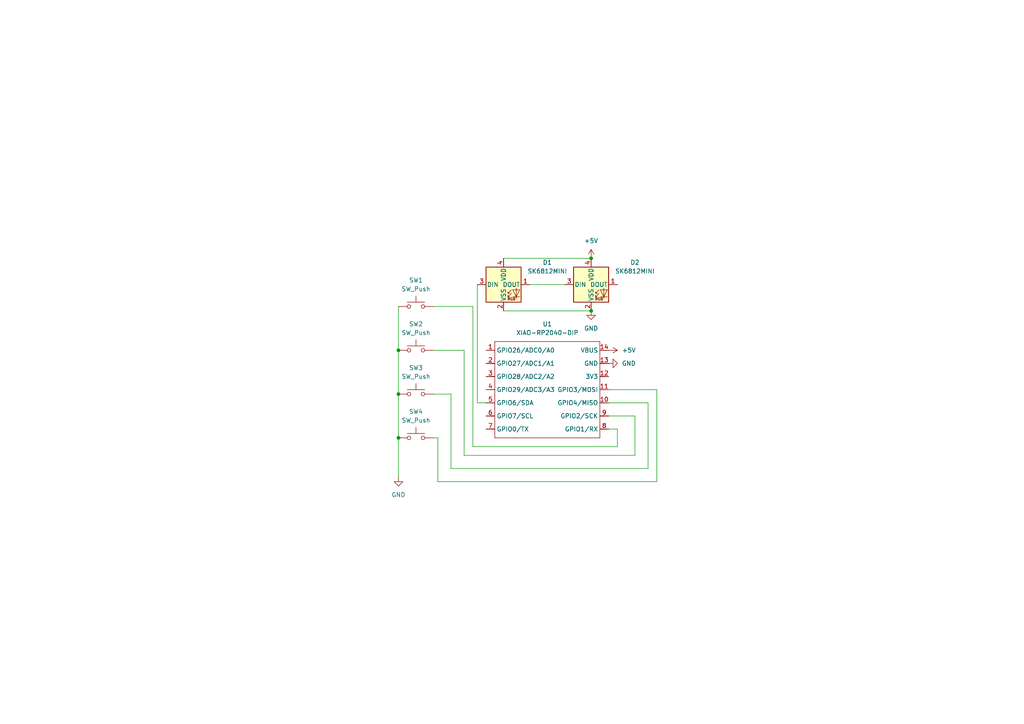
<source format=kicad_sch>
(kicad_sch
	(version 20250114)
	(generator "eeschema")
	(generator_version "9.0")
	(uuid "4e6a7fc3-e7d0-4b6f-8d31-bdc82617d454")
	(paper "A4")
	(lib_symbols
		(symbol "LED:SK6812MINI"
			(pin_names
				(offset 0.254)
			)
			(exclude_from_sim no)
			(in_bom yes)
			(on_board yes)
			(property "Reference" "D"
				(at 5.08 5.715 0)
				(effects
					(font
						(size 1.27 1.27)
					)
					(justify right bottom)
				)
			)
			(property "Value" "SK6812MINI"
				(at 1.27 -5.715 0)
				(effects
					(font
						(size 1.27 1.27)
					)
					(justify left top)
				)
			)
			(property "Footprint" "LED_SMD:LED_SK6812MINI_PLCC4_3.5x3.5mm_P1.75mm"
				(at 1.27 -7.62 0)
				(effects
					(font
						(size 1.27 1.27)
					)
					(justify left top)
					(hide yes)
				)
			)
			(property "Datasheet" "https://cdn-shop.adafruit.com/product-files/2686/SK6812MINI_REV.01-1-2.pdf"
				(at 2.54 -9.525 0)
				(effects
					(font
						(size 1.27 1.27)
					)
					(justify left top)
					(hide yes)
				)
			)
			(property "Description" "RGB LED with integrated controller"
				(at 0 0 0)
				(effects
					(font
						(size 1.27 1.27)
					)
					(hide yes)
				)
			)
			(property "ki_keywords" "RGB LED NeoPixel Mini addressable"
				(at 0 0 0)
				(effects
					(font
						(size 1.27 1.27)
					)
					(hide yes)
				)
			)
			(property "ki_fp_filters" "LED*SK6812MINI*PLCC*3.5x3.5mm*P1.75mm*"
				(at 0 0 0)
				(effects
					(font
						(size 1.27 1.27)
					)
					(hide yes)
				)
			)
			(symbol "SK6812MINI_0_0"
				(text "RGB"
					(at 2.286 -4.191 0)
					(effects
						(font
							(size 0.762 0.762)
						)
					)
				)
			)
			(symbol "SK6812MINI_0_1"
				(polyline
					(pts
						(xy 1.27 -2.54) (xy 1.778 -2.54)
					)
					(stroke
						(width 0)
						(type default)
					)
					(fill
						(type none)
					)
				)
				(polyline
					(pts
						(xy 1.27 -3.556) (xy 1.778 -3.556)
					)
					(stroke
						(width 0)
						(type default)
					)
					(fill
						(type none)
					)
				)
				(polyline
					(pts
						(xy 2.286 -1.524) (xy 1.27 -2.54) (xy 1.27 -2.032)
					)
					(stroke
						(width 0)
						(type default)
					)
					(fill
						(type none)
					)
				)
				(polyline
					(pts
						(xy 2.286 -2.54) (xy 1.27 -3.556) (xy 1.27 -3.048)
					)
					(stroke
						(width 0)
						(type default)
					)
					(fill
						(type none)
					)
				)
				(polyline
					(pts
						(xy 3.683 -1.016) (xy 3.683 -3.556) (xy 3.683 -4.064)
					)
					(stroke
						(width 0)
						(type default)
					)
					(fill
						(type none)
					)
				)
				(polyline
					(pts
						(xy 4.699 -1.524) (xy 2.667 -1.524) (xy 3.683 -3.556) (xy 4.699 -1.524)
					)
					(stroke
						(width 0)
						(type default)
					)
					(fill
						(type none)
					)
				)
				(polyline
					(pts
						(xy 4.699 -3.556) (xy 2.667 -3.556)
					)
					(stroke
						(width 0)
						(type default)
					)
					(fill
						(type none)
					)
				)
				(rectangle
					(start 5.08 5.08)
					(end -5.08 -5.08)
					(stroke
						(width 0.254)
						(type default)
					)
					(fill
						(type background)
					)
				)
			)
			(symbol "SK6812MINI_1_1"
				(pin input line
					(at -7.62 0 0)
					(length 2.54)
					(name "DIN"
						(effects
							(font
								(size 1.27 1.27)
							)
						)
					)
					(number "3"
						(effects
							(font
								(size 1.27 1.27)
							)
						)
					)
				)
				(pin power_in line
					(at 0 7.62 270)
					(length 2.54)
					(name "VDD"
						(effects
							(font
								(size 1.27 1.27)
							)
						)
					)
					(number "4"
						(effects
							(font
								(size 1.27 1.27)
							)
						)
					)
				)
				(pin power_in line
					(at 0 -7.62 90)
					(length 2.54)
					(name "VSS"
						(effects
							(font
								(size 1.27 1.27)
							)
						)
					)
					(number "2"
						(effects
							(font
								(size 1.27 1.27)
							)
						)
					)
				)
				(pin output line
					(at 7.62 0 180)
					(length 2.54)
					(name "DOUT"
						(effects
							(font
								(size 1.27 1.27)
							)
						)
					)
					(number "1"
						(effects
							(font
								(size 1.27 1.27)
							)
						)
					)
				)
			)
			(embedded_fonts no)
		)
		(symbol "Seeed_Studio_XIAO_Series:XIAO-RP2040-DIP"
			(exclude_from_sim no)
			(in_bom yes)
			(on_board yes)
			(property "Reference" "U"
				(at 0 0 0)
				(effects
					(font
						(size 1.27 1.27)
					)
				)
			)
			(property "Value" "XIAO-RP2040-DIP"
				(at 5.334 -1.778 0)
				(effects
					(font
						(size 1.27 1.27)
					)
				)
			)
			(property "Footprint" "Module:MOUDLE14P-XIAO-DIP-SMD"
				(at 14.478 -32.258 0)
				(effects
					(font
						(size 1.27 1.27)
					)
					(hide yes)
				)
			)
			(property "Datasheet" ""
				(at 0 0 0)
				(effects
					(font
						(size 1.27 1.27)
					)
					(hide yes)
				)
			)
			(property "Description" ""
				(at 0 0 0)
				(effects
					(font
						(size 1.27 1.27)
					)
					(hide yes)
				)
			)
			(symbol "XIAO-RP2040-DIP_1_0"
				(polyline
					(pts
						(xy -1.27 -2.54) (xy 29.21 -2.54)
					)
					(stroke
						(width 0.1524)
						(type solid)
					)
					(fill
						(type none)
					)
				)
				(polyline
					(pts
						(xy -1.27 -5.08) (xy -2.54 -5.08)
					)
					(stroke
						(width 0.1524)
						(type solid)
					)
					(fill
						(type none)
					)
				)
				(polyline
					(pts
						(xy -1.27 -5.08) (xy -1.27 -2.54)
					)
					(stroke
						(width 0.1524)
						(type solid)
					)
					(fill
						(type none)
					)
				)
				(polyline
					(pts
						(xy -1.27 -8.89) (xy -2.54 -8.89)
					)
					(stroke
						(width 0.1524)
						(type solid)
					)
					(fill
						(type none)
					)
				)
				(polyline
					(pts
						(xy -1.27 -8.89) (xy -1.27 -5.08)
					)
					(stroke
						(width 0.1524)
						(type solid)
					)
					(fill
						(type none)
					)
				)
				(polyline
					(pts
						(xy -1.27 -12.7) (xy -2.54 -12.7)
					)
					(stroke
						(width 0.1524)
						(type solid)
					)
					(fill
						(type none)
					)
				)
				(polyline
					(pts
						(xy -1.27 -12.7) (xy -1.27 -8.89)
					)
					(stroke
						(width 0.1524)
						(type solid)
					)
					(fill
						(type none)
					)
				)
				(polyline
					(pts
						(xy -1.27 -16.51) (xy -2.54 -16.51)
					)
					(stroke
						(width 0.1524)
						(type solid)
					)
					(fill
						(type none)
					)
				)
				(polyline
					(pts
						(xy -1.27 -16.51) (xy -1.27 -12.7)
					)
					(stroke
						(width 0.1524)
						(type solid)
					)
					(fill
						(type none)
					)
				)
				(polyline
					(pts
						(xy -1.27 -20.32) (xy -2.54 -20.32)
					)
					(stroke
						(width 0.1524)
						(type solid)
					)
					(fill
						(type none)
					)
				)
				(polyline
					(pts
						(xy -1.27 -24.13) (xy -2.54 -24.13)
					)
					(stroke
						(width 0.1524)
						(type solid)
					)
					(fill
						(type none)
					)
				)
				(polyline
					(pts
						(xy -1.27 -27.94) (xy -2.54 -27.94)
					)
					(stroke
						(width 0.1524)
						(type solid)
					)
					(fill
						(type none)
					)
				)
				(polyline
					(pts
						(xy -1.27 -30.48) (xy -1.27 -16.51)
					)
					(stroke
						(width 0.1524)
						(type solid)
					)
					(fill
						(type none)
					)
				)
				(polyline
					(pts
						(xy 29.21 -2.54) (xy 29.21 -5.08)
					)
					(stroke
						(width 0.1524)
						(type solid)
					)
					(fill
						(type none)
					)
				)
				(polyline
					(pts
						(xy 29.21 -5.08) (xy 29.21 -8.89)
					)
					(stroke
						(width 0.1524)
						(type solid)
					)
					(fill
						(type none)
					)
				)
				(polyline
					(pts
						(xy 29.21 -8.89) (xy 29.21 -12.7)
					)
					(stroke
						(width 0.1524)
						(type solid)
					)
					(fill
						(type none)
					)
				)
				(polyline
					(pts
						(xy 29.21 -12.7) (xy 29.21 -30.48)
					)
					(stroke
						(width 0.1524)
						(type solid)
					)
					(fill
						(type none)
					)
				)
				(polyline
					(pts
						(xy 29.21 -30.48) (xy -1.27 -30.48)
					)
					(stroke
						(width 0.1524)
						(type solid)
					)
					(fill
						(type none)
					)
				)
				(polyline
					(pts
						(xy 30.48 -5.08) (xy 29.21 -5.08)
					)
					(stroke
						(width 0.1524)
						(type solid)
					)
					(fill
						(type none)
					)
				)
				(polyline
					(pts
						(xy 30.48 -8.89) (xy 29.21 -8.89)
					)
					(stroke
						(width 0.1524)
						(type solid)
					)
					(fill
						(type none)
					)
				)
				(polyline
					(pts
						(xy 30.48 -12.7) (xy 29.21 -12.7)
					)
					(stroke
						(width 0.1524)
						(type solid)
					)
					(fill
						(type none)
					)
				)
				(polyline
					(pts
						(xy 30.48 -16.51) (xy 29.21 -16.51)
					)
					(stroke
						(width 0.1524)
						(type solid)
					)
					(fill
						(type none)
					)
				)
				(polyline
					(pts
						(xy 30.48 -20.32) (xy 29.21 -20.32)
					)
					(stroke
						(width 0.1524)
						(type solid)
					)
					(fill
						(type none)
					)
				)
				(polyline
					(pts
						(xy 30.48 -24.13) (xy 29.21 -24.13)
					)
					(stroke
						(width 0.1524)
						(type solid)
					)
					(fill
						(type none)
					)
				)
				(polyline
					(pts
						(xy 30.48 -27.94) (xy 29.21 -27.94)
					)
					(stroke
						(width 0.1524)
						(type solid)
					)
					(fill
						(type none)
					)
				)
				(pin passive line
					(at -3.81 -5.08 0)
					(length 2.54)
					(name "GPIO26/ADC0/A0"
						(effects
							(font
								(size 1.27 1.27)
							)
						)
					)
					(number "1"
						(effects
							(font
								(size 1.27 1.27)
							)
						)
					)
				)
				(pin passive line
					(at -3.81 -8.89 0)
					(length 2.54)
					(name "GPIO27/ADC1/A1"
						(effects
							(font
								(size 1.27 1.27)
							)
						)
					)
					(number "2"
						(effects
							(font
								(size 1.27 1.27)
							)
						)
					)
				)
				(pin passive line
					(at -3.81 -12.7 0)
					(length 2.54)
					(name "GPIO28/ADC2/A2"
						(effects
							(font
								(size 1.27 1.27)
							)
						)
					)
					(number "3"
						(effects
							(font
								(size 1.27 1.27)
							)
						)
					)
				)
				(pin passive line
					(at -3.81 -16.51 0)
					(length 2.54)
					(name "GPIO29/ADC3/A3"
						(effects
							(font
								(size 1.27 1.27)
							)
						)
					)
					(number "4"
						(effects
							(font
								(size 1.27 1.27)
							)
						)
					)
				)
				(pin passive line
					(at -3.81 -20.32 0)
					(length 2.54)
					(name "GPIO6/SDA"
						(effects
							(font
								(size 1.27 1.27)
							)
						)
					)
					(number "5"
						(effects
							(font
								(size 1.27 1.27)
							)
						)
					)
				)
				(pin passive line
					(at -3.81 -24.13 0)
					(length 2.54)
					(name "GPIO7/SCL"
						(effects
							(font
								(size 1.27 1.27)
							)
						)
					)
					(number "6"
						(effects
							(font
								(size 1.27 1.27)
							)
						)
					)
				)
				(pin passive line
					(at -3.81 -27.94 0)
					(length 2.54)
					(name "GPIO0/TX"
						(effects
							(font
								(size 1.27 1.27)
							)
						)
					)
					(number "7"
						(effects
							(font
								(size 1.27 1.27)
							)
						)
					)
				)
				(pin passive line
					(at 31.75 -5.08 180)
					(length 2.54)
					(name "VBUS"
						(effects
							(font
								(size 1.27 1.27)
							)
						)
					)
					(number "14"
						(effects
							(font
								(size 1.27 1.27)
							)
						)
					)
				)
				(pin passive line
					(at 31.75 -8.89 180)
					(length 2.54)
					(name "GND"
						(effects
							(font
								(size 1.27 1.27)
							)
						)
					)
					(number "13"
						(effects
							(font
								(size 1.27 1.27)
							)
						)
					)
				)
				(pin passive line
					(at 31.75 -12.7 180)
					(length 2.54)
					(name "3V3"
						(effects
							(font
								(size 1.27 1.27)
							)
						)
					)
					(number "12"
						(effects
							(font
								(size 1.27 1.27)
							)
						)
					)
				)
				(pin passive line
					(at 31.75 -16.51 180)
					(length 2.54)
					(name "GPIO3/MOSI"
						(effects
							(font
								(size 1.27 1.27)
							)
						)
					)
					(number "11"
						(effects
							(font
								(size 1.27 1.27)
							)
						)
					)
				)
				(pin passive line
					(at 31.75 -20.32 180)
					(length 2.54)
					(name "GPIO4/MISO"
						(effects
							(font
								(size 1.27 1.27)
							)
						)
					)
					(number "10"
						(effects
							(font
								(size 1.27 1.27)
							)
						)
					)
				)
				(pin passive line
					(at 31.75 -24.13 180)
					(length 2.54)
					(name "GPIO2/SCK"
						(effects
							(font
								(size 1.27 1.27)
							)
						)
					)
					(number "9"
						(effects
							(font
								(size 1.27 1.27)
							)
						)
					)
				)
				(pin passive line
					(at 31.75 -27.94 180)
					(length 2.54)
					(name "GPIO1/RX"
						(effects
							(font
								(size 1.27 1.27)
							)
						)
					)
					(number "8"
						(effects
							(font
								(size 1.27 1.27)
							)
						)
					)
				)
			)
			(embedded_fonts no)
		)
		(symbol "Switch:SW_Push"
			(pin_numbers
				(hide yes)
			)
			(pin_names
				(offset 1.016)
				(hide yes)
			)
			(exclude_from_sim no)
			(in_bom yes)
			(on_board yes)
			(property "Reference" "SW"
				(at 1.27 2.54 0)
				(effects
					(font
						(size 1.27 1.27)
					)
					(justify left)
				)
			)
			(property "Value" "SW_Push"
				(at 0 -1.524 0)
				(effects
					(font
						(size 1.27 1.27)
					)
				)
			)
			(property "Footprint" ""
				(at 0 5.08 0)
				(effects
					(font
						(size 1.27 1.27)
					)
					(hide yes)
				)
			)
			(property "Datasheet" "~"
				(at 0 5.08 0)
				(effects
					(font
						(size 1.27 1.27)
					)
					(hide yes)
				)
			)
			(property "Description" "Push button switch, generic, two pins"
				(at 0 0 0)
				(effects
					(font
						(size 1.27 1.27)
					)
					(hide yes)
				)
			)
			(property "ki_keywords" "switch normally-open pushbutton push-button"
				(at 0 0 0)
				(effects
					(font
						(size 1.27 1.27)
					)
					(hide yes)
				)
			)
			(symbol "SW_Push_0_1"
				(circle
					(center -2.032 0)
					(radius 0.508)
					(stroke
						(width 0)
						(type default)
					)
					(fill
						(type none)
					)
				)
				(polyline
					(pts
						(xy 0 1.27) (xy 0 3.048)
					)
					(stroke
						(width 0)
						(type default)
					)
					(fill
						(type none)
					)
				)
				(circle
					(center 2.032 0)
					(radius 0.508)
					(stroke
						(width 0)
						(type default)
					)
					(fill
						(type none)
					)
				)
				(polyline
					(pts
						(xy 2.54 1.27) (xy -2.54 1.27)
					)
					(stroke
						(width 0)
						(type default)
					)
					(fill
						(type none)
					)
				)
				(pin passive line
					(at -5.08 0 0)
					(length 2.54)
					(name "1"
						(effects
							(font
								(size 1.27 1.27)
							)
						)
					)
					(number "1"
						(effects
							(font
								(size 1.27 1.27)
							)
						)
					)
				)
				(pin passive line
					(at 5.08 0 180)
					(length 2.54)
					(name "2"
						(effects
							(font
								(size 1.27 1.27)
							)
						)
					)
					(number "2"
						(effects
							(font
								(size 1.27 1.27)
							)
						)
					)
				)
			)
			(embedded_fonts no)
		)
		(symbol "power:+5V"
			(power)
			(pin_numbers
				(hide yes)
			)
			(pin_names
				(offset 0)
				(hide yes)
			)
			(exclude_from_sim no)
			(in_bom yes)
			(on_board yes)
			(property "Reference" "#PWR"
				(at 0 -3.81 0)
				(effects
					(font
						(size 1.27 1.27)
					)
					(hide yes)
				)
			)
			(property "Value" "+5V"
				(at 0 3.556 0)
				(effects
					(font
						(size 1.27 1.27)
					)
				)
			)
			(property "Footprint" ""
				(at 0 0 0)
				(effects
					(font
						(size 1.27 1.27)
					)
					(hide yes)
				)
			)
			(property "Datasheet" ""
				(at 0 0 0)
				(effects
					(font
						(size 1.27 1.27)
					)
					(hide yes)
				)
			)
			(property "Description" "Power symbol creates a global label with name \"+5V\""
				(at 0 0 0)
				(effects
					(font
						(size 1.27 1.27)
					)
					(hide yes)
				)
			)
			(property "ki_keywords" "global power"
				(at 0 0 0)
				(effects
					(font
						(size 1.27 1.27)
					)
					(hide yes)
				)
			)
			(symbol "+5V_0_1"
				(polyline
					(pts
						(xy -0.762 1.27) (xy 0 2.54)
					)
					(stroke
						(width 0)
						(type default)
					)
					(fill
						(type none)
					)
				)
				(polyline
					(pts
						(xy 0 2.54) (xy 0.762 1.27)
					)
					(stroke
						(width 0)
						(type default)
					)
					(fill
						(type none)
					)
				)
				(polyline
					(pts
						(xy 0 0) (xy 0 2.54)
					)
					(stroke
						(width 0)
						(type default)
					)
					(fill
						(type none)
					)
				)
			)
			(symbol "+5V_1_1"
				(pin power_in line
					(at 0 0 90)
					(length 0)
					(name "~"
						(effects
							(font
								(size 1.27 1.27)
							)
						)
					)
					(number "1"
						(effects
							(font
								(size 1.27 1.27)
							)
						)
					)
				)
			)
			(embedded_fonts no)
		)
		(symbol "power:GND"
			(power)
			(pin_numbers
				(hide yes)
			)
			(pin_names
				(offset 0)
				(hide yes)
			)
			(exclude_from_sim no)
			(in_bom yes)
			(on_board yes)
			(property "Reference" "#PWR"
				(at 0 -6.35 0)
				(effects
					(font
						(size 1.27 1.27)
					)
					(hide yes)
				)
			)
			(property "Value" "GND"
				(at 0 -3.81 0)
				(effects
					(font
						(size 1.27 1.27)
					)
				)
			)
			(property "Footprint" ""
				(at 0 0 0)
				(effects
					(font
						(size 1.27 1.27)
					)
					(hide yes)
				)
			)
			(property "Datasheet" ""
				(at 0 0 0)
				(effects
					(font
						(size 1.27 1.27)
					)
					(hide yes)
				)
			)
			(property "Description" "Power symbol creates a global label with name \"GND\" , ground"
				(at 0 0 0)
				(effects
					(font
						(size 1.27 1.27)
					)
					(hide yes)
				)
			)
			(property "ki_keywords" "global power"
				(at 0 0 0)
				(effects
					(font
						(size 1.27 1.27)
					)
					(hide yes)
				)
			)
			(symbol "GND_0_1"
				(polyline
					(pts
						(xy 0 0) (xy 0 -1.27) (xy 1.27 -1.27) (xy 0 -2.54) (xy -1.27 -1.27) (xy 0 -1.27)
					)
					(stroke
						(width 0)
						(type default)
					)
					(fill
						(type none)
					)
				)
			)
			(symbol "GND_1_1"
				(pin power_in line
					(at 0 0 270)
					(length 0)
					(name "~"
						(effects
							(font
								(size 1.27 1.27)
							)
						)
					)
					(number "1"
						(effects
							(font
								(size 1.27 1.27)
							)
						)
					)
				)
			)
			(embedded_fonts no)
		)
	)
	(junction
		(at 115.57 127)
		(diameter 0)
		(color 0 0 0 0)
		(uuid "0479ac7a-6a1f-4012-84e4-a2c88c84e305")
	)
	(junction
		(at 115.57 101.6)
		(diameter 0)
		(color 0 0 0 0)
		(uuid "46959015-6f8c-4de8-a0bb-7b8c921fc371")
	)
	(junction
		(at 171.45 74.93)
		(diameter 0)
		(color 0 0 0 0)
		(uuid "6da235ab-c980-461f-8515-1a1970bf8a27")
	)
	(junction
		(at 171.45 90.17)
		(diameter 0)
		(color 0 0 0 0)
		(uuid "745464d2-f929-41d9-b84d-58a610de5743")
	)
	(junction
		(at 115.57 114.3)
		(diameter 0)
		(color 0 0 0 0)
		(uuid "a7ef0224-999e-4932-bd4b-d7bb1a21d5cd")
	)
	(wire
		(pts
			(xy 127 127) (xy 125.73 127)
		)
		(stroke
			(width 0)
			(type default)
		)
		(uuid "0642adfa-c5fb-4176-8a95-a82e3f3ad84a")
	)
	(wire
		(pts
			(xy 176.53 124.46) (xy 179.07 124.46)
		)
		(stroke
			(width 0)
			(type default)
		)
		(uuid "0a37e9db-6dc1-42ac-baac-c637abf8470b")
	)
	(wire
		(pts
			(xy 187.96 116.84) (xy 187.96 135.89)
		)
		(stroke
			(width 0)
			(type default)
		)
		(uuid "1b0cf2d7-7c46-4b39-a8ee-bb19f57202a6")
	)
	(wire
		(pts
			(xy 190.5 113.03) (xy 190.5 139.7)
		)
		(stroke
			(width 0)
			(type default)
		)
		(uuid "1f18ca33-93f1-40ab-8ec4-58ee55153b1a")
	)
	(wire
		(pts
			(xy 176.53 120.65) (xy 184.15 120.65)
		)
		(stroke
			(width 0)
			(type default)
		)
		(uuid "320e2fe8-4cbe-4337-97e6-d8acf3584d8e")
	)
	(wire
		(pts
			(xy 115.57 114.3) (xy 115.57 127)
		)
		(stroke
			(width 0)
			(type default)
		)
		(uuid "32eac8ac-9cc7-4cc4-88c5-c308ceb33b9d")
	)
	(wire
		(pts
			(xy 137.16 129.54) (xy 137.16 88.9)
		)
		(stroke
			(width 0)
			(type default)
		)
		(uuid "33cd3d8f-718b-4372-9b64-ff6aedf4d0d1")
	)
	(wire
		(pts
			(xy 130.81 135.89) (xy 130.81 114.3)
		)
		(stroke
			(width 0)
			(type default)
		)
		(uuid "4c792023-f8cc-418f-b034-2b12f997f0d7")
	)
	(wire
		(pts
			(xy 184.15 120.65) (xy 184.15 132.08)
		)
		(stroke
			(width 0)
			(type default)
		)
		(uuid "5114f032-2906-49d9-97c0-00ce090c6307")
	)
	(wire
		(pts
			(xy 138.43 116.84) (xy 140.97 116.84)
		)
		(stroke
			(width 0)
			(type default)
		)
		(uuid "539cc205-be97-4bba-995a-87337847c669")
	)
	(wire
		(pts
			(xy 176.53 113.03) (xy 190.5 113.03)
		)
		(stroke
			(width 0)
			(type default)
		)
		(uuid "542d8e7a-ff0f-465e-8982-0c71c982e24e")
	)
	(wire
		(pts
			(xy 190.5 139.7) (xy 127 139.7)
		)
		(stroke
			(width 0)
			(type default)
		)
		(uuid "54821690-3398-46db-927a-0e9488aab13f")
	)
	(wire
		(pts
			(xy 146.05 90.17) (xy 171.45 90.17)
		)
		(stroke
			(width 0)
			(type default)
		)
		(uuid "563c753c-702e-4011-98a5-3b9e2272d860")
	)
	(wire
		(pts
			(xy 179.07 124.46) (xy 179.07 129.54)
		)
		(stroke
			(width 0)
			(type default)
		)
		(uuid "5c264535-4760-4017-a869-07dd100ab050")
	)
	(wire
		(pts
			(xy 184.15 132.08) (xy 134.62 132.08)
		)
		(stroke
			(width 0)
			(type default)
		)
		(uuid "5e8dc4c9-0b56-4154-a66c-73e14a049c21")
	)
	(wire
		(pts
			(xy 179.07 129.54) (xy 137.16 129.54)
		)
		(stroke
			(width 0)
			(type default)
		)
		(uuid "61493107-4ffa-428f-bccf-6ecf20c9ce32")
	)
	(wire
		(pts
			(xy 115.57 101.6) (xy 115.57 114.3)
		)
		(stroke
			(width 0)
			(type default)
		)
		(uuid "6375764a-f80a-45b5-bd2d-a102cf4524fe")
	)
	(wire
		(pts
			(xy 176.53 116.84) (xy 187.96 116.84)
		)
		(stroke
			(width 0)
			(type default)
		)
		(uuid "640c2ef1-dfb5-4ea8-809c-de6646a8fe16")
	)
	(wire
		(pts
			(xy 153.67 82.55) (xy 163.83 82.55)
		)
		(stroke
			(width 0)
			(type default)
		)
		(uuid "8ea46b4b-fef7-4da8-837e-b5b1fb7e5d50")
	)
	(wire
		(pts
			(xy 125.73 114.3) (xy 130.81 114.3)
		)
		(stroke
			(width 0)
			(type default)
		)
		(uuid "9afaf450-6a51-49e4-9501-b01f2a5e8103")
	)
	(wire
		(pts
			(xy 115.57 88.9) (xy 115.57 101.6)
		)
		(stroke
			(width 0)
			(type default)
		)
		(uuid "b3c3c932-4eee-4fb7-9477-3c2054b13743")
	)
	(wire
		(pts
			(xy 187.96 135.89) (xy 130.81 135.89)
		)
		(stroke
			(width 0)
			(type default)
		)
		(uuid "c6f0bf19-def4-4599-ae55-b3cd739ca736")
	)
	(wire
		(pts
			(xy 127 139.7) (xy 127 127)
		)
		(stroke
			(width 0)
			(type default)
		)
		(uuid "ccf12fcd-0050-4896-b233-2cf6ea2283da")
	)
	(wire
		(pts
			(xy 125.73 88.9) (xy 137.16 88.9)
		)
		(stroke
			(width 0)
			(type default)
		)
		(uuid "cdf1fe6b-9fd6-4ad1-8ab9-40a10d6f5e4a")
	)
	(wire
		(pts
			(xy 115.57 127) (xy 115.57 138.43)
		)
		(stroke
			(width 0)
			(type default)
		)
		(uuid "cfa926fc-5b07-4275-9d67-7b83ca3c3f8c")
	)
	(wire
		(pts
			(xy 138.43 82.55) (xy 138.43 116.84)
		)
		(stroke
			(width 0)
			(type default)
		)
		(uuid "d09bf122-3b6b-48bd-936a-a2c7c42c9c93")
	)
	(wire
		(pts
			(xy 134.62 132.08) (xy 134.62 101.6)
		)
		(stroke
			(width 0)
			(type default)
		)
		(uuid "d6bd0736-2344-4b13-b850-989b4283a2ca")
	)
	(wire
		(pts
			(xy 125.73 101.6) (xy 134.62 101.6)
		)
		(stroke
			(width 0)
			(type default)
		)
		(uuid "de52b090-8275-418f-b3b2-f28c1284002b")
	)
	(wire
		(pts
			(xy 146.05 74.93) (xy 171.45 74.93)
		)
		(stroke
			(width 0)
			(type default)
		)
		(uuid "ec6518c0-ab84-41e7-aaec-56dcb365d3bb")
	)
	(symbol
		(lib_id "Seeed_Studio_XIAO_Series:XIAO-RP2040-DIP")
		(at 144.78 96.52 0)
		(unit 1)
		(exclude_from_sim no)
		(in_bom yes)
		(on_board yes)
		(dnp no)
		(fields_autoplaced yes)
		(uuid "0a50ab15-e5b4-43cf-9a54-6c7e2ed5127d")
		(property "Reference" "U1"
			(at 158.75 93.98 0)
			(effects
				(font
					(size 1.27 1.27)
				)
			)
		)
		(property "Value" "XIAO-RP2040-DIP"
			(at 158.75 96.52 0)
			(effects
				(font
					(size 1.27 1.27)
				)
			)
		)
		(property "Footprint" "Opl lib:XIAO-RP2040-DIP"
			(at 159.258 128.778 0)
			(effects
				(font
					(size 1.27 1.27)
				)
				(hide yes)
			)
		)
		(property "Datasheet" ""
			(at 144.78 96.52 0)
			(effects
				(font
					(size 1.27 1.27)
				)
				(hide yes)
			)
		)
		(property "Description" ""
			(at 144.78 96.52 0)
			(effects
				(font
					(size 1.27 1.27)
				)
				(hide yes)
			)
		)
		(pin "6"
			(uuid "de7ae5f3-bdc1-456f-aec4-0553738683c3")
		)
		(pin "12"
			(uuid "7b2f6f09-5c0f-4ac8-833f-3ceb74516061")
		)
		(pin "5"
			(uuid "6c310046-a4ec-40d7-bfd4-78c7ad9fcc97")
		)
		(pin "7"
			(uuid "4814da24-68a7-4a90-be89-f903c5e438a1")
		)
		(pin "14"
			(uuid "0055137e-1f8c-4d61-9252-178a4f490ff9")
		)
		(pin "2"
			(uuid "a195f0db-610a-47cb-8639-1a657316339a")
		)
		(pin "3"
			(uuid "ed9c8b17-9a2b-42cc-afa1-7c0473209406")
		)
		(pin "4"
			(uuid "b8d1172f-cf94-419e-86b3-e1d5b5d17607")
		)
		(pin "1"
			(uuid "8d392620-ee89-4fb1-a568-ab8feba6cd26")
		)
		(pin "13"
			(uuid "2e38e8ea-77a0-4c1b-b677-d9ef1414a33d")
		)
		(pin "9"
			(uuid "e7dd817f-2111-456b-ba53-785f4e6ceae4")
		)
		(pin "10"
			(uuid "1e47b50f-13ac-4cec-8500-ad1987cc3004")
		)
		(pin "8"
			(uuid "c214e800-5aed-46b9-ac17-7fd4b23ee82f")
		)
		(pin "11"
			(uuid "9c2b9b9e-0097-4084-8adc-811d6ea88410")
		)
		(instances
			(project ""
				(path "/4e6a7fc3-e7d0-4b6f-8d31-bdc82617d454"
					(reference "U1")
					(unit 1)
				)
			)
		)
	)
	(symbol
		(lib_id "power:GND")
		(at 176.53 105.41 90)
		(unit 1)
		(exclude_from_sim no)
		(in_bom yes)
		(on_board yes)
		(dnp no)
		(fields_autoplaced yes)
		(uuid "1db761fa-73bb-477c-b5c5-14f3d77e5338")
		(property "Reference" "#PWR01"
			(at 182.88 105.41 0)
			(effects
				(font
					(size 1.27 1.27)
				)
				(hide yes)
			)
		)
		(property "Value" "GND"
			(at 180.34 105.4099 90)
			(effects
				(font
					(size 1.27 1.27)
				)
				(justify right)
			)
		)
		(property "Footprint" ""
			(at 176.53 105.41 0)
			(effects
				(font
					(size 1.27 1.27)
				)
				(hide yes)
			)
		)
		(property "Datasheet" ""
			(at 176.53 105.41 0)
			(effects
				(font
					(size 1.27 1.27)
				)
				(hide yes)
			)
		)
		(property "Description" "Power symbol creates a global label with name \"GND\" , ground"
			(at 176.53 105.41 0)
			(effects
				(font
					(size 1.27 1.27)
				)
				(hide yes)
			)
		)
		(pin "1"
			(uuid "7a51cf45-ffe7-41fb-bea6-b717901abef2")
		)
		(instances
			(project ""
				(path "/4e6a7fc3-e7d0-4b6f-8d31-bdc82617d454"
					(reference "#PWR01")
					(unit 1)
				)
			)
		)
	)
	(symbol
		(lib_id "Switch:SW_Push")
		(at 120.65 127 0)
		(unit 1)
		(exclude_from_sim no)
		(in_bom yes)
		(on_board yes)
		(dnp no)
		(fields_autoplaced yes)
		(uuid "298f5df1-ada3-4b69-8103-63501107d482")
		(property "Reference" "SW4"
			(at 120.65 119.38 0)
			(effects
				(font
					(size 1.27 1.27)
				)
			)
		)
		(property "Value" "SW_Push"
			(at 120.65 121.92 0)
			(effects
				(font
					(size 1.27 1.27)
				)
			)
		)
		(property "Footprint" "Button_Switch_Keyboard:SW_Cherry_MX_1.00u_PCB"
			(at 120.65 121.92 0)
			(effects
				(font
					(size 1.27 1.27)
				)
				(hide yes)
			)
		)
		(property "Datasheet" "~"
			(at 120.65 121.92 0)
			(effects
				(font
					(size 1.27 1.27)
				)
				(hide yes)
			)
		)
		(property "Description" "Push button switch, generic, two pins"
			(at 120.65 127 0)
			(effects
				(font
					(size 1.27 1.27)
				)
				(hide yes)
			)
		)
		(pin "1"
			(uuid "f67c49fa-8bd7-4b46-abe0-a90bfa9efc33")
		)
		(pin "2"
			(uuid "a83351a9-ec69-42fa-bcde-5dbcef3dca52")
		)
		(instances
			(project ""
				(path "/4e6a7fc3-e7d0-4b6f-8d31-bdc82617d454"
					(reference "SW4")
					(unit 1)
				)
			)
		)
	)
	(symbol
		(lib_id "power:+5V")
		(at 176.53 101.6 270)
		(unit 1)
		(exclude_from_sim no)
		(in_bom yes)
		(on_board yes)
		(dnp no)
		(fields_autoplaced yes)
		(uuid "515d1000-3d05-4841-8ecd-a5fb98989827")
		(property "Reference" "#PWR05"
			(at 172.72 101.6 0)
			(effects
				(font
					(size 1.27 1.27)
				)
				(hide yes)
			)
		)
		(property "Value" "+5V"
			(at 180.34 101.5999 90)
			(effects
				(font
					(size 1.27 1.27)
				)
				(justify left)
			)
		)
		(property "Footprint" ""
			(at 176.53 101.6 0)
			(effects
				(font
					(size 1.27 1.27)
				)
				(hide yes)
			)
		)
		(property "Datasheet" ""
			(at 176.53 101.6 0)
			(effects
				(font
					(size 1.27 1.27)
				)
				(hide yes)
			)
		)
		(property "Description" "Power symbol creates a global label with name \"+5V\""
			(at 176.53 101.6 0)
			(effects
				(font
					(size 1.27 1.27)
				)
				(hide yes)
			)
		)
		(pin "1"
			(uuid "efa9964f-aec2-46de-a2b3-8b1435e63700")
		)
		(instances
			(project ""
				(path "/4e6a7fc3-e7d0-4b6f-8d31-bdc82617d454"
					(reference "#PWR05")
					(unit 1)
				)
			)
		)
	)
	(symbol
		(lib_id "power:GND")
		(at 115.57 138.43 0)
		(unit 1)
		(exclude_from_sim no)
		(in_bom yes)
		(on_board yes)
		(dnp no)
		(fields_autoplaced yes)
		(uuid "52878780-6eef-4c24-b259-442bd7997b47")
		(property "Reference" "#PWR03"
			(at 115.57 144.78 0)
			(effects
				(font
					(size 1.27 1.27)
				)
				(hide yes)
			)
		)
		(property "Value" "GND"
			(at 115.57 143.51 0)
			(effects
				(font
					(size 1.27 1.27)
				)
			)
		)
		(property "Footprint" ""
			(at 115.57 138.43 0)
			(effects
				(font
					(size 1.27 1.27)
				)
				(hide yes)
			)
		)
		(property "Datasheet" ""
			(at 115.57 138.43 0)
			(effects
				(font
					(size 1.27 1.27)
				)
				(hide yes)
			)
		)
		(property "Description" "Power symbol creates a global label with name \"GND\" , ground"
			(at 115.57 138.43 0)
			(effects
				(font
					(size 1.27 1.27)
				)
				(hide yes)
			)
		)
		(pin "1"
			(uuid "7a51cf45-ffe7-41fb-bea6-b717901abef3")
		)
		(instances
			(project ""
				(path "/4e6a7fc3-e7d0-4b6f-8d31-bdc82617d454"
					(reference "#PWR03")
					(unit 1)
				)
			)
		)
	)
	(symbol
		(lib_id "power:+5V")
		(at 171.45 74.93 0)
		(unit 1)
		(exclude_from_sim no)
		(in_bom yes)
		(on_board yes)
		(dnp no)
		(fields_autoplaced yes)
		(uuid "61204691-3cf5-40c9-b96f-27bbdd5e9f98")
		(property "Reference" "#PWR04"
			(at 171.45 78.74 0)
			(effects
				(font
					(size 1.27 1.27)
				)
				(hide yes)
			)
		)
		(property "Value" "+5V"
			(at 171.45 69.85 0)
			(effects
				(font
					(size 1.27 1.27)
				)
			)
		)
		(property "Footprint" ""
			(at 171.45 74.93 0)
			(effects
				(font
					(size 1.27 1.27)
				)
				(hide yes)
			)
		)
		(property "Datasheet" ""
			(at 171.45 74.93 0)
			(effects
				(font
					(size 1.27 1.27)
				)
				(hide yes)
			)
		)
		(property "Description" "Power symbol creates a global label with name \"+5V\""
			(at 171.45 74.93 0)
			(effects
				(font
					(size 1.27 1.27)
				)
				(hide yes)
			)
		)
		(pin "1"
			(uuid "efa9964f-aec2-46de-a2b3-8b1435e63701")
		)
		(instances
			(project ""
				(path "/4e6a7fc3-e7d0-4b6f-8d31-bdc82617d454"
					(reference "#PWR04")
					(unit 1)
				)
			)
		)
	)
	(symbol
		(lib_id "Switch:SW_Push")
		(at 120.65 101.6 0)
		(unit 1)
		(exclude_from_sim no)
		(in_bom yes)
		(on_board yes)
		(dnp no)
		(fields_autoplaced yes)
		(uuid "7f2d0191-29ed-439d-96c8-851ffdbef070")
		(property "Reference" "SW2"
			(at 120.65 93.98 0)
			(effects
				(font
					(size 1.27 1.27)
				)
			)
		)
		(property "Value" "SW_Push"
			(at 120.65 96.52 0)
			(effects
				(font
					(size 1.27 1.27)
				)
			)
		)
		(property "Footprint" "Button_Switch_Keyboard:SW_Cherry_MX_1.00u_PCB"
			(at 120.65 96.52 0)
			(effects
				(font
					(size 1.27 1.27)
				)
				(hide yes)
			)
		)
		(property "Datasheet" "~"
			(at 120.65 96.52 0)
			(effects
				(font
					(size 1.27 1.27)
				)
				(hide yes)
			)
		)
		(property "Description" "Push button switch, generic, two pins"
			(at 120.65 101.6 0)
			(effects
				(font
					(size 1.27 1.27)
				)
				(hide yes)
			)
		)
		(pin "1"
			(uuid "f67c49fa-8bd7-4b46-abe0-a90bfa9efc34")
		)
		(pin "2"
			(uuid "a83351a9-ec69-42fa-bcde-5dbcef3dca53")
		)
		(instances
			(project ""
				(path "/4e6a7fc3-e7d0-4b6f-8d31-bdc82617d454"
					(reference "SW2")
					(unit 1)
				)
			)
		)
	)
	(symbol
		(lib_id "power:GND")
		(at 171.45 90.17 0)
		(unit 1)
		(exclude_from_sim no)
		(in_bom yes)
		(on_board yes)
		(dnp no)
		(fields_autoplaced yes)
		(uuid "8fcee63a-9306-423e-89d2-84253d8b0c49")
		(property "Reference" "#PWR02"
			(at 171.45 96.52 0)
			(effects
				(font
					(size 1.27 1.27)
				)
				(hide yes)
			)
		)
		(property "Value" "GND"
			(at 171.45 95.25 0)
			(effects
				(font
					(size 1.27 1.27)
				)
			)
		)
		(property "Footprint" ""
			(at 171.45 90.17 0)
			(effects
				(font
					(size 1.27 1.27)
				)
				(hide yes)
			)
		)
		(property "Datasheet" ""
			(at 171.45 90.17 0)
			(effects
				(font
					(size 1.27 1.27)
				)
				(hide yes)
			)
		)
		(property "Description" "Power symbol creates a global label with name \"GND\" , ground"
			(at 171.45 90.17 0)
			(effects
				(font
					(size 1.27 1.27)
				)
				(hide yes)
			)
		)
		(pin "1"
			(uuid "7a51cf45-ffe7-41fb-bea6-b717901abef4")
		)
		(instances
			(project ""
				(path "/4e6a7fc3-e7d0-4b6f-8d31-bdc82617d454"
					(reference "#PWR02")
					(unit 1)
				)
			)
		)
	)
	(symbol
		(lib_id "LED:SK6812MINI")
		(at 171.45 82.55 0)
		(unit 1)
		(exclude_from_sim no)
		(in_bom yes)
		(on_board yes)
		(dnp no)
		(fields_autoplaced yes)
		(uuid "9fe3bd1e-6491-465c-a220-15fd8e1ea21c")
		(property "Reference" "D2"
			(at 184.15 76.1298 0)
			(effects
				(font
					(size 1.27 1.27)
				)
			)
		)
		(property "Value" "SK6812MINI"
			(at 184.15 78.6698 0)
			(effects
				(font
					(size 1.27 1.27)
				)
			)
		)
		(property "Footprint" "LED_SMD:LED_SK6812MINI_PLCC4_3.5x3.5mm_P1.75mm"
			(at 172.72 90.17 0)
			(effects
				(font
					(size 1.27 1.27)
				)
				(justify left top)
				(hide yes)
			)
		)
		(property "Datasheet" "https://cdn-shop.adafruit.com/product-files/2686/SK6812MINI_REV.01-1-2.pdf"
			(at 173.99 92.075 0)
			(effects
				(font
					(size 1.27 1.27)
				)
				(justify left top)
				(hide yes)
			)
		)
		(property "Description" "RGB LED with integrated controller"
			(at 171.45 82.55 0)
			(effects
				(font
					(size 1.27 1.27)
				)
				(hide yes)
			)
		)
		(pin "4"
			(uuid "d846c180-d0d4-47e1-afd5-3425f9bec6df")
		)
		(pin "2"
			(uuid "1f9b64fa-b8df-4425-b362-864a87b6ae58")
		)
		(pin "3"
			(uuid "2bc44fd7-1ba9-48d8-8585-fcccc47622f7")
		)
		(pin "1"
			(uuid "474d921b-d44d-4655-8853-dbd74325cda3")
		)
		(instances
			(project ""
				(path "/4e6a7fc3-e7d0-4b6f-8d31-bdc82617d454"
					(reference "D2")
					(unit 1)
				)
			)
		)
	)
	(symbol
		(lib_id "LED:SK6812MINI")
		(at 146.05 82.55 0)
		(unit 1)
		(exclude_from_sim no)
		(in_bom yes)
		(on_board yes)
		(dnp no)
		(fields_autoplaced yes)
		(uuid "bd3cd41d-c203-4477-9e40-3d2a4fb731aa")
		(property "Reference" "D1"
			(at 158.75 76.1298 0)
			(effects
				(font
					(size 1.27 1.27)
				)
			)
		)
		(property "Value" "SK6812MINI"
			(at 158.75 78.6698 0)
			(effects
				(font
					(size 1.27 1.27)
				)
			)
		)
		(property "Footprint" "LED_SMD:LED_SK6812MINI_PLCC4_3.5x3.5mm_P1.75mm"
			(at 147.32 90.17 0)
			(effects
				(font
					(size 1.27 1.27)
				)
				(justify left top)
				(hide yes)
			)
		)
		(property "Datasheet" "https://cdn-shop.adafruit.com/product-files/2686/SK6812MINI_REV.01-1-2.pdf"
			(at 148.59 92.075 0)
			(effects
				(font
					(size 1.27 1.27)
				)
				(justify left top)
				(hide yes)
			)
		)
		(property "Description" "RGB LED with integrated controller"
			(at 146.05 82.55 0)
			(effects
				(font
					(size 1.27 1.27)
				)
				(hide yes)
			)
		)
		(pin "4"
			(uuid "d846c180-d0d4-47e1-afd5-3425f9bec6e0")
		)
		(pin "2"
			(uuid "1f9b64fa-b8df-4425-b362-864a87b6ae59")
		)
		(pin "3"
			(uuid "2bc44fd7-1ba9-48d8-8585-fcccc47622f8")
		)
		(pin "1"
			(uuid "474d921b-d44d-4655-8853-dbd74325cda4")
		)
		(instances
			(project ""
				(path "/4e6a7fc3-e7d0-4b6f-8d31-bdc82617d454"
					(reference "D1")
					(unit 1)
				)
			)
		)
	)
	(symbol
		(lib_id "Switch:SW_Push")
		(at 120.65 114.3 0)
		(unit 1)
		(exclude_from_sim no)
		(in_bom yes)
		(on_board yes)
		(dnp no)
		(fields_autoplaced yes)
		(uuid "cb96f47a-fbaf-43ef-b2fc-bc034863ec5d")
		(property "Reference" "SW3"
			(at 120.65 106.68 0)
			(effects
				(font
					(size 1.27 1.27)
				)
			)
		)
		(property "Value" "SW_Push"
			(at 120.65 109.22 0)
			(effects
				(font
					(size 1.27 1.27)
				)
			)
		)
		(property "Footprint" "Button_Switch_Keyboard:SW_Cherry_MX_1.00u_PCB"
			(at 120.65 109.22 0)
			(effects
				(font
					(size 1.27 1.27)
				)
				(hide yes)
			)
		)
		(property "Datasheet" "~"
			(at 120.65 109.22 0)
			(effects
				(font
					(size 1.27 1.27)
				)
				(hide yes)
			)
		)
		(property "Description" "Push button switch, generic, two pins"
			(at 120.65 114.3 0)
			(effects
				(font
					(size 1.27 1.27)
				)
				(hide yes)
			)
		)
		(pin "1"
			(uuid "f67c49fa-8bd7-4b46-abe0-a90bfa9efc35")
		)
		(pin "2"
			(uuid "a83351a9-ec69-42fa-bcde-5dbcef3dca54")
		)
		(instances
			(project ""
				(path "/4e6a7fc3-e7d0-4b6f-8d31-bdc82617d454"
					(reference "SW3")
					(unit 1)
				)
			)
		)
	)
	(symbol
		(lib_id "Switch:SW_Push")
		(at 120.65 88.9 0)
		(unit 1)
		(exclude_from_sim no)
		(in_bom yes)
		(on_board yes)
		(dnp no)
		(fields_autoplaced yes)
		(uuid "f593797a-09cd-4330-b6ba-dd83cbaccd2f")
		(property "Reference" "SW1"
			(at 120.65 81.28 0)
			(effects
				(font
					(size 1.27 1.27)
				)
			)
		)
		(property "Value" "SW_Push"
			(at 120.65 83.82 0)
			(effects
				(font
					(size 1.27 1.27)
				)
			)
		)
		(property "Footprint" "Button_Switch_Keyboard:SW_Cherry_MX_1.00u_PCB"
			(at 120.65 83.82 0)
			(effects
				(font
					(size 1.27 1.27)
				)
				(hide yes)
			)
		)
		(property "Datasheet" "~"
			(at 120.65 83.82 0)
			(effects
				(font
					(size 1.27 1.27)
				)
				(hide yes)
			)
		)
		(property "Description" "Push button switch, generic, two pins"
			(at 120.65 88.9 0)
			(effects
				(font
					(size 1.27 1.27)
				)
				(hide yes)
			)
		)
		(pin "1"
			(uuid "f67c49fa-8bd7-4b46-abe0-a90bfa9efc36")
		)
		(pin "2"
			(uuid "a83351a9-ec69-42fa-bcde-5dbcef3dca55")
		)
		(instances
			(project ""
				(path "/4e6a7fc3-e7d0-4b6f-8d31-bdc82617d454"
					(reference "SW1")
					(unit 1)
				)
			)
		)
	)
	(sheet_instances
		(path "/"
			(page "1")
		)
	)
	(embedded_fonts no)
)

</source>
